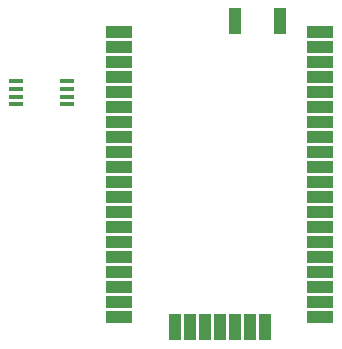
<source format=gbp>
G04 (created by PCBNEW (2012-nov-02)-testing) date Wed 19 Jun 2013 11:23:47 AM CDT*
%MOIN*%
G04 Gerber Fmt 3.4, Leading zero omitted, Abs format*
%FSLAX34Y34*%
G01*
G70*
G90*
G04 APERTURE LIST*
%ADD10C,0.006*%
%ADD11R,0.05X0.015*%
%ADD12R,0.09X0.04*%
%ADD13R,0.04X0.09*%
G04 APERTURE END LIST*
G54D10*
G54D11*
X82640Y-51506D03*
X82640Y-51762D03*
X82640Y-52018D03*
X82640Y-52274D03*
X80940Y-52274D03*
X80940Y-52018D03*
X80940Y-51762D03*
X80940Y-51506D03*
G54D12*
X91100Y-49850D03*
X91100Y-50350D03*
X91100Y-50850D03*
X91100Y-51350D03*
X91100Y-51850D03*
X91100Y-52350D03*
X91100Y-52850D03*
X91100Y-53350D03*
X91100Y-53850D03*
X91100Y-54350D03*
X91100Y-54850D03*
X91100Y-55350D03*
X91100Y-55850D03*
X91100Y-56350D03*
X91100Y-56850D03*
X91100Y-57350D03*
X91100Y-57850D03*
X91100Y-58350D03*
X91100Y-58850D03*
X91100Y-59350D03*
G54D13*
X89250Y-59700D03*
X88750Y-59700D03*
X88250Y-59700D03*
X87750Y-59700D03*
X87250Y-59700D03*
X86750Y-59700D03*
X86250Y-59700D03*
G54D12*
X84400Y-59350D03*
X84400Y-58850D03*
X84400Y-58350D03*
X84400Y-57850D03*
X84400Y-57350D03*
X84400Y-56850D03*
X84400Y-56350D03*
X84400Y-55850D03*
X84400Y-55350D03*
X84400Y-54850D03*
X84400Y-54350D03*
X84400Y-53850D03*
X84400Y-53350D03*
X84400Y-52850D03*
X84400Y-52350D03*
X84400Y-51850D03*
X84400Y-51350D03*
X84400Y-50850D03*
X84400Y-50350D03*
X84400Y-49850D03*
G54D13*
X89750Y-49500D03*
X88250Y-49500D03*
M02*

</source>
